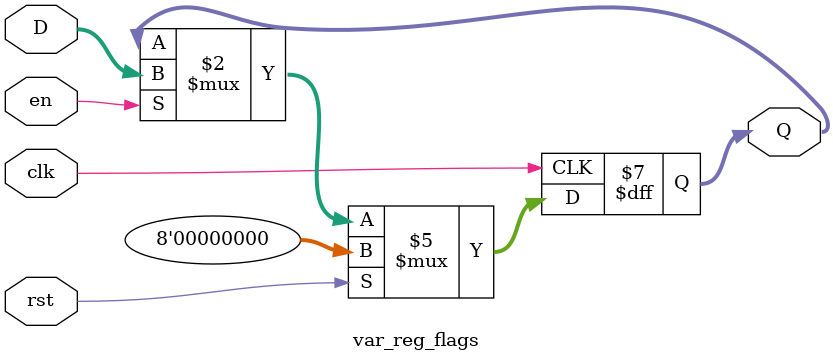
<source format=v>
module var_reg_flags #(parameter size = 8)(
    input [size-1:0] D,
    input clk,
    input en,
    input rst,
    output reg [size-1:0] Q
);

    always @(posedge clk)
    begin
        if (rst)
            Q <= 'b0;
        else
            if (en)
                Q <= D;
    end
endmodule 

</source>
